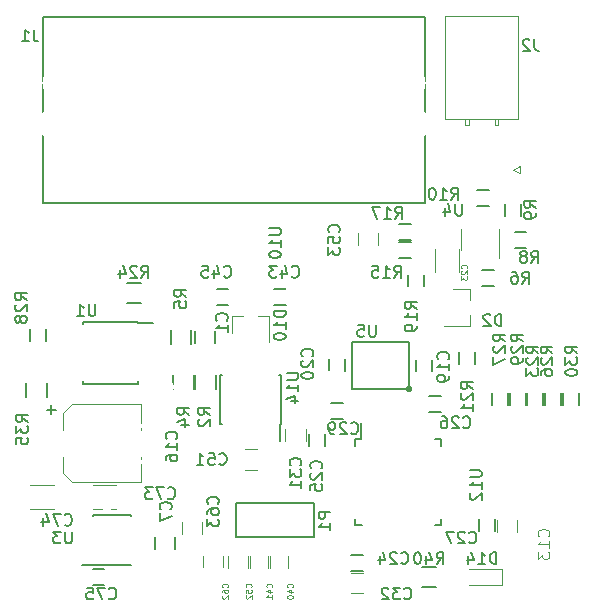
<source format=gbo>
G04 #@! TF.FileFunction,Legend,Bot*
%FSLAX46Y46*%
G04 Gerber Fmt 4.6, Leading zero omitted, Abs format (unit mm)*
G04 Created by KiCad (PCBNEW 4.0.7-e0-6372~58~ubuntu16.10.1) date Thu Nov  8 17:11:35 2018*
%MOMM*%
%LPD*%
G01*
G04 APERTURE LIST*
%ADD10C,0.150000*%
%ADD11C,0.120000*%
%ADD12C,0.125000*%
%ADD13C,1.300000*%
%ADD14C,4.000000*%
%ADD15C,2.000000*%
%ADD16R,3.500000X1.600000*%
%ADD17R,1.250000X1.000000*%
%ADD18R,1.050000X1.050000*%
%ADD19C,1.050000*%
%ADD20R,0.250000X1.300000*%
%ADD21R,1.300000X0.250000*%
%ADD22R,0.800000X0.900000*%
%ADD23R,1.000000X1.300000*%
%ADD24R,0.900000X0.900000*%
%ADD25R,0.600000X1.550000*%
%ADD26R,1.300000X1.000000*%
%ADD27R,0.890000X0.420000*%
%ADD28R,0.825000X0.712500*%
%ADD29R,0.800000X1.400000*%
%ADD30R,1.600000X1.300000*%
%ADD31R,1.000000X1.250000*%
%ADD32R,1.000000X1.600000*%
%ADD33R,1.200000X1.200000*%
%ADD34R,0.650000X1.060000*%
%ADD35C,2.500000*%
%ADD36R,1.900000X1.900000*%
%ADD37C,1.900000*%
%ADD38C,1.600000*%
%ADD39R,0.900000X0.800000*%
%ADD40R,1.600000X1.000000*%
%ADD41R,1.500000X1.800000*%
%ADD42R,1.450000X0.450000*%
%ADD43C,0.600000*%
%ADD44C,0.889000*%
G04 APERTURE END LIST*
D10*
X2800000Y-360000D02*
X35200000Y-360000D01*
X2800000Y-16110000D02*
X35200000Y-16110000D01*
X35200000Y-360000D02*
X35200000Y-16110000D01*
X2800000Y-360000D02*
X2800000Y-16110000D01*
D11*
X4512689Y-33944010D02*
X4512689Y-35364010D01*
X11112689Y-33184010D02*
X11112689Y-35364010D01*
X11112689Y-39784010D02*
X11112689Y-37604010D01*
X4512689Y-39024010D02*
X4512689Y-37604010D01*
X11112689Y-33184010D02*
X5272689Y-33184010D01*
X5272689Y-33184010D02*
X4512689Y-33944010D01*
X4512689Y-39024010D02*
X5272689Y-39784010D01*
X5272689Y-39784010D02*
X11112689Y-39784010D01*
D10*
X17350000Y-27000000D02*
X17350000Y-28000000D01*
X15650000Y-28000000D02*
X15650000Y-27000000D01*
X12312689Y-45434010D02*
X12312689Y-44434010D01*
X14012689Y-44434010D02*
X14012689Y-45434010D01*
X24517400Y-44450900D02*
X23628400Y-44450900D01*
X23628400Y-44450900D02*
X23587760Y-44445820D01*
X25802640Y-42355400D02*
X25800100Y-43076760D01*
X25800000Y-41500000D02*
X25800000Y-42300000D01*
X19150000Y-41500000D02*
X25800000Y-41500000D01*
X19150000Y-41500000D02*
X19150000Y-44450000D01*
X19150000Y-44450000D02*
X23700000Y-44450000D01*
X25800000Y-43100000D02*
X25800000Y-44450000D01*
X25800000Y-44450000D02*
X24500000Y-44450000D01*
X29278748Y-36153821D02*
X29728748Y-36153821D01*
X29278748Y-43403821D02*
X29803748Y-43403821D01*
X36528748Y-43403821D02*
X36003748Y-43403821D01*
X36528748Y-36153821D02*
X36003748Y-36153821D01*
X29278748Y-36153821D02*
X29278748Y-36678821D01*
X36528748Y-36153821D02*
X36528748Y-36678821D01*
X36528748Y-43403821D02*
X36528748Y-42878821D01*
X29278748Y-43403821D02*
X29278748Y-42878821D01*
X29728748Y-36153821D02*
X29728748Y-34778821D01*
D11*
X21900000Y-47000000D02*
X21900000Y-46000000D01*
X23600000Y-46000000D02*
X23600000Y-47000000D01*
X18821421Y-25707208D02*
X19751421Y-25707208D01*
X21981421Y-25707208D02*
X21051421Y-25707208D01*
X21981421Y-25707208D02*
X21981421Y-27867208D01*
X18821421Y-25707208D02*
X18821421Y-27167208D01*
D10*
X9900000Y-24625000D02*
X11100000Y-24625000D01*
X11100000Y-22875000D02*
X9900000Y-22875000D01*
X1725000Y-26800000D02*
X1725000Y-27800000D01*
X3075000Y-27800000D02*
X3075000Y-26800000D01*
X22966422Y-34852207D02*
X22916422Y-34852207D01*
X22966422Y-30702207D02*
X22821422Y-30702207D01*
X17816422Y-30702207D02*
X17961422Y-30702207D01*
X17816422Y-34852207D02*
X17961422Y-34852207D01*
X22966422Y-34852207D02*
X22966422Y-30702207D01*
X17816422Y-34852207D02*
X17816422Y-30702207D01*
X22916422Y-34852207D02*
X22916422Y-36252207D01*
X17475000Y-31900000D02*
X17475000Y-30700000D01*
X15725000Y-30700000D02*
X15725000Y-31900000D01*
X13825000Y-30700000D02*
X13825000Y-31900000D01*
X15575000Y-31900000D02*
X15575000Y-30700000D01*
X13625000Y-26900000D02*
X13625000Y-28100000D01*
X15375000Y-28100000D02*
X15375000Y-26900000D01*
X10312689Y-46809010D02*
X10312689Y-46744010D01*
X10312689Y-42559010D02*
X10312689Y-42624010D01*
X7062689Y-42559010D02*
X7062689Y-42624010D01*
X7062689Y-46809010D02*
X10312689Y-46809010D01*
X7062689Y-42559010D02*
X10312689Y-42559010D01*
X7062689Y-46809010D02*
X6137689Y-46809010D01*
X34003748Y-31878821D02*
G75*
G03X34003748Y-31878821I-200000J0D01*
G01*
X33803748Y-27878821D02*
X29003748Y-27878821D01*
X29003748Y-27878821D02*
X29003748Y-31878821D01*
X29003748Y-31878821D02*
X33803748Y-31878821D01*
X33803748Y-31878821D02*
X33803748Y-27878821D01*
D11*
X29900000Y-49150000D02*
X28900000Y-49150000D01*
X28900000Y-47450000D02*
X29900000Y-47450000D01*
X18062689Y-45984010D02*
X18062689Y-46984010D01*
X16362689Y-46984010D02*
X16362689Y-45984010D01*
X14562689Y-44184010D02*
X14562689Y-43184010D01*
X16262689Y-43184010D02*
X16262689Y-44184010D01*
X9012689Y-42054010D02*
X7012689Y-42054010D01*
X7012689Y-40014010D02*
X9012689Y-40014010D01*
X1750000Y-39980000D02*
X3750000Y-39980000D01*
X3750000Y-42020000D02*
X1750000Y-42020000D01*
X23350000Y-36300000D02*
X23350000Y-35300000D01*
X25050000Y-35300000D02*
X25050000Y-36300000D01*
X42950000Y-43000000D02*
X42950000Y-44000000D01*
X41250000Y-44000000D02*
X41250000Y-43000000D01*
X20350000Y-47000000D02*
X20350000Y-46000000D01*
X22050000Y-46000000D02*
X22050000Y-47000000D01*
X20900000Y-38700000D02*
X19900000Y-38700000D01*
X19900000Y-37000000D02*
X20900000Y-37000000D01*
X18500000Y-47000000D02*
X18500000Y-46000000D01*
X20200000Y-46000000D02*
X20200000Y-47000000D01*
X31200000Y-18700000D02*
X31200000Y-19700000D01*
X29500000Y-19700000D02*
X29500000Y-18700000D01*
X41700000Y-47100000D02*
X41700000Y-48500000D01*
X41700000Y-48500000D02*
X38900000Y-48500000D01*
X41700000Y-47100000D02*
X38900000Y-47100000D01*
D10*
X34900000Y-48675000D02*
X36100000Y-48675000D01*
X36100000Y-46925000D02*
X34900000Y-46925000D01*
D11*
X38190000Y-20100000D02*
X38190000Y-18300000D01*
X41410000Y-18300000D02*
X41410000Y-20750000D01*
D10*
X40000000Y-23175000D02*
X41000000Y-23175000D01*
X41000000Y-21825000D02*
X40000000Y-21825000D01*
X43750000Y-18625000D02*
X42750000Y-18625000D01*
X42750000Y-19975000D02*
X43750000Y-19975000D01*
X43325000Y-17200000D02*
X43325000Y-16200000D01*
X41975000Y-16200000D02*
X41975000Y-17200000D01*
X39550000Y-16425000D02*
X40550000Y-16425000D01*
X40550000Y-15075000D02*
X39550000Y-15075000D01*
D11*
X43070000Y-270000D02*
X43070000Y-9030000D01*
X43070000Y-9030000D02*
X36830000Y-9030000D01*
X36830000Y-9030000D02*
X36830000Y-270000D01*
X36830000Y-270000D02*
X43070000Y-270000D01*
X41350000Y-9030000D02*
X41350000Y-9500000D01*
X41350000Y-9500000D02*
X41050000Y-9500000D01*
X41050000Y-9500000D02*
X41050000Y-9030000D01*
X41050000Y-9030000D02*
X41350000Y-9030000D01*
X38850000Y-9030000D02*
X38850000Y-9500000D01*
X38850000Y-9500000D02*
X38550000Y-9500000D01*
X38550000Y-9500000D02*
X38550000Y-9030000D01*
X38550000Y-9030000D02*
X38850000Y-9030000D01*
X42600000Y-13300000D02*
X43200000Y-13600000D01*
X43200000Y-13600000D02*
X43200000Y-13000000D01*
X43200000Y-13000000D02*
X42600000Y-13300000D01*
X38960000Y-23420000D02*
X38960000Y-24350000D01*
X38960000Y-26580000D02*
X38960000Y-25650000D01*
X38960000Y-26580000D02*
X36800000Y-26580000D01*
X38960000Y-23420000D02*
X37500000Y-23420000D01*
D10*
X34000000Y-19425000D02*
X33000000Y-19425000D01*
X33000000Y-20775000D02*
X34000000Y-20775000D01*
X32980000Y-19295000D02*
X33980000Y-19295000D01*
X33980000Y-17945000D02*
X32980000Y-17945000D01*
X33725000Y-22200000D02*
X33725000Y-23200000D01*
X35075000Y-23200000D02*
X35075000Y-22200000D01*
X38075000Y-28750000D02*
X38075000Y-29750000D01*
X39425000Y-29750000D02*
X39425000Y-28750000D01*
X35775000Y-30400000D02*
X35775000Y-29400000D01*
X34425000Y-29400000D02*
X34425000Y-30400000D01*
X27028747Y-29378822D02*
X27028747Y-30378822D01*
X28378747Y-30378822D02*
X28378747Y-29378822D01*
X29900000Y-45925000D02*
X28900000Y-45925000D01*
X28900000Y-47275000D02*
X29900000Y-47275000D01*
X26675000Y-36700000D02*
X26675000Y-35700000D01*
X25325000Y-35700000D02*
X25325000Y-36700000D01*
X36478748Y-32453823D02*
X35478748Y-32453823D01*
X35478748Y-33803823D02*
X36478748Y-33803823D01*
X39725000Y-42900000D02*
X39725000Y-43900000D01*
X41075000Y-43900000D02*
X41075000Y-42900000D01*
X27178747Y-34428820D02*
X28178747Y-34428820D01*
X28178747Y-33078820D02*
X27178747Y-33078820D01*
X23366421Y-23402207D02*
X22366421Y-23402207D01*
X22366421Y-24752207D02*
X23366421Y-24752207D01*
X17516421Y-24752207D02*
X18516421Y-24752207D01*
X18516421Y-23402207D02*
X17516421Y-23402207D01*
X8012689Y-47109009D02*
X7012689Y-47109009D01*
X7012689Y-48459009D02*
X8012689Y-48459009D01*
X43825000Y-32250000D02*
X43825000Y-33250000D01*
X45175000Y-33250000D02*
X45175000Y-32250000D01*
X45325000Y-32250000D02*
X45325000Y-33250000D01*
X46675000Y-33250000D02*
X46675000Y-32250000D01*
X40825000Y-32250000D02*
X40825000Y-33250000D01*
X42175000Y-33250000D02*
X42175000Y-32250000D01*
X42325000Y-32250000D02*
X42325000Y-33250000D01*
X43675000Y-33250000D02*
X43675000Y-32250000D01*
X46825000Y-32250000D02*
X46825000Y-33250000D01*
X48175000Y-33250000D02*
X48175000Y-32250000D01*
D11*
X38020000Y-20000000D02*
X38020000Y-22000000D01*
X35980000Y-22000000D02*
X35980000Y-20000000D01*
D10*
X1375000Y-31400000D02*
X1375000Y-32600000D01*
X3125000Y-32600000D02*
X3125000Y-31400000D01*
X10825000Y-26175000D02*
X10825000Y-26300000D01*
X6175000Y-26175000D02*
X6175000Y-26400000D01*
X6175000Y-31425000D02*
X6175000Y-31200000D01*
X10825000Y-31425000D02*
X10825000Y-31200000D01*
X10825000Y-26175000D02*
X6175000Y-26175000D01*
X10825000Y-31425000D02*
X6175000Y-31425000D01*
X10825000Y-26300000D02*
X12175000Y-26300000D01*
X2033333Y-1452381D02*
X2033333Y-2166667D01*
X2080953Y-2309524D01*
X2176191Y-2404762D01*
X2319048Y-2452381D01*
X2414286Y-2452381D01*
X1033333Y-2452381D02*
X1604762Y-2452381D01*
X1319048Y-2452381D02*
X1319048Y-1452381D01*
X1414286Y-1595238D01*
X1509524Y-1690476D01*
X1604762Y-1738095D01*
X14107143Y-36107143D02*
X14154762Y-36059524D01*
X14202381Y-35916667D01*
X14202381Y-35821429D01*
X14154762Y-35678571D01*
X14059524Y-35583333D01*
X13964286Y-35535714D01*
X13773810Y-35488095D01*
X13630952Y-35488095D01*
X13440476Y-35535714D01*
X13345238Y-35583333D01*
X13250000Y-35678571D01*
X13202381Y-35821429D01*
X13202381Y-35916667D01*
X13250000Y-36059524D01*
X13297619Y-36107143D01*
X14202381Y-37059524D02*
X14202381Y-36488095D01*
X14202381Y-36773809D02*
X13202381Y-36773809D01*
X13345238Y-36678571D01*
X13440476Y-36583333D01*
X13488095Y-36488095D01*
X13202381Y-37916667D02*
X13202381Y-37726190D01*
X13250000Y-37630952D01*
X13297619Y-37583333D01*
X13440476Y-37488095D01*
X13630952Y-37440476D01*
X14011905Y-37440476D01*
X14107143Y-37488095D01*
X14154762Y-37535714D01*
X14202381Y-37630952D01*
X14202381Y-37821429D01*
X14154762Y-37916667D01*
X14107143Y-37964286D01*
X14011905Y-38011905D01*
X13773810Y-38011905D01*
X13678571Y-37964286D01*
X13630952Y-37916667D01*
X13583333Y-37821429D01*
X13583333Y-37630952D01*
X13630952Y-37535714D01*
X13678571Y-37488095D01*
X13773810Y-37440476D01*
X3913641Y-33645439D02*
X3151736Y-33645439D01*
X3532688Y-34026391D02*
X3532688Y-33264486D01*
X18357143Y-26083334D02*
X18404762Y-26035715D01*
X18452381Y-25892858D01*
X18452381Y-25797620D01*
X18404762Y-25654762D01*
X18309524Y-25559524D01*
X18214286Y-25511905D01*
X18023810Y-25464286D01*
X17880952Y-25464286D01*
X17690476Y-25511905D01*
X17595238Y-25559524D01*
X17500000Y-25654762D01*
X17452381Y-25797620D01*
X17452381Y-25892858D01*
X17500000Y-26035715D01*
X17547619Y-26083334D01*
X18452381Y-27035715D02*
X18452381Y-26464286D01*
X18452381Y-26750000D02*
X17452381Y-26750000D01*
X17595238Y-26654762D01*
X17690476Y-26559524D01*
X17738095Y-26464286D01*
X13607143Y-42083334D02*
X13654762Y-42035715D01*
X13702381Y-41892858D01*
X13702381Y-41797620D01*
X13654762Y-41654762D01*
X13559524Y-41559524D01*
X13464286Y-41511905D01*
X13273810Y-41464286D01*
X13130952Y-41464286D01*
X12940476Y-41511905D01*
X12845238Y-41559524D01*
X12750000Y-41654762D01*
X12702381Y-41797620D01*
X12702381Y-41892858D01*
X12750000Y-42035715D01*
X12797619Y-42083334D01*
X12702381Y-42416667D02*
X12702381Y-43083334D01*
X13702381Y-42654762D01*
X27152381Y-42311905D02*
X26152381Y-42311905D01*
X26152381Y-42692858D01*
X26200000Y-42788096D01*
X26247619Y-42835715D01*
X26342857Y-42883334D01*
X26485714Y-42883334D01*
X26580952Y-42835715D01*
X26628571Y-42788096D01*
X26676190Y-42692858D01*
X26676190Y-42311905D01*
X27152381Y-43835715D02*
X27152381Y-43264286D01*
X27152381Y-43550000D02*
X26152381Y-43550000D01*
X26295238Y-43454762D01*
X26390476Y-43359524D01*
X26438095Y-43264286D01*
X38952381Y-38761905D02*
X39761905Y-38761905D01*
X39857143Y-38809524D01*
X39904762Y-38857143D01*
X39952381Y-38952381D01*
X39952381Y-39142858D01*
X39904762Y-39238096D01*
X39857143Y-39285715D01*
X39761905Y-39333334D01*
X38952381Y-39333334D01*
X39952381Y-40333334D02*
X39952381Y-39761905D01*
X39952381Y-40047619D02*
X38952381Y-40047619D01*
X39095238Y-39952381D01*
X39190476Y-39857143D01*
X39238095Y-39761905D01*
X39047619Y-40714286D02*
X39000000Y-40761905D01*
X38952381Y-40857143D01*
X38952381Y-41095239D01*
X39000000Y-41190477D01*
X39047619Y-41238096D01*
X39142857Y-41285715D01*
X39238095Y-41285715D01*
X39380952Y-41238096D01*
X39952381Y-40666667D01*
X39952381Y-41285715D01*
D12*
X23928571Y-48678572D02*
X23952381Y-48654762D01*
X23976190Y-48583334D01*
X23976190Y-48535715D01*
X23952381Y-48464286D01*
X23904762Y-48416667D01*
X23857143Y-48392858D01*
X23761905Y-48369048D01*
X23690476Y-48369048D01*
X23595238Y-48392858D01*
X23547619Y-48416667D01*
X23500000Y-48464286D01*
X23476190Y-48535715D01*
X23476190Y-48583334D01*
X23500000Y-48654762D01*
X23523810Y-48678572D01*
X23642857Y-49107143D02*
X23976190Y-49107143D01*
X23452381Y-48988096D02*
X23809524Y-48869048D01*
X23809524Y-49178572D01*
X23476190Y-49464286D02*
X23476190Y-49511905D01*
X23500000Y-49559524D01*
X23523810Y-49583333D01*
X23571429Y-49607143D01*
X23666667Y-49630952D01*
X23785714Y-49630952D01*
X23880952Y-49607143D01*
X23928571Y-49583333D01*
X23952381Y-49559524D01*
X23976190Y-49511905D01*
X23976190Y-49464286D01*
X23952381Y-49416667D01*
X23928571Y-49392857D01*
X23880952Y-49369048D01*
X23785714Y-49345238D01*
X23666667Y-49345238D01*
X23571429Y-49369048D01*
X23523810Y-49392857D01*
X23500000Y-49416667D01*
X23476190Y-49464286D01*
D10*
X23353802Y-25252922D02*
X22353802Y-25252922D01*
X22353802Y-25491017D01*
X22401421Y-25633875D01*
X22496659Y-25729113D01*
X22591897Y-25776732D01*
X22782373Y-25824351D01*
X22925231Y-25824351D01*
X23115707Y-25776732D01*
X23210945Y-25729113D01*
X23306183Y-25633875D01*
X23353802Y-25491017D01*
X23353802Y-25252922D01*
X23353802Y-26776732D02*
X23353802Y-26205303D01*
X23353802Y-26491017D02*
X22353802Y-26491017D01*
X22496659Y-26395779D01*
X22591897Y-26300541D01*
X22639516Y-26205303D01*
X22353802Y-27395779D02*
X22353802Y-27491018D01*
X22401421Y-27586256D01*
X22449040Y-27633875D01*
X22544278Y-27681494D01*
X22734754Y-27729113D01*
X22972850Y-27729113D01*
X23163326Y-27681494D01*
X23258564Y-27633875D01*
X23306183Y-27586256D01*
X23353802Y-27491018D01*
X23353802Y-27395779D01*
X23306183Y-27300541D01*
X23258564Y-27252922D01*
X23163326Y-27205303D01*
X22972850Y-27157684D01*
X22734754Y-27157684D01*
X22544278Y-27205303D01*
X22449040Y-27252922D01*
X22401421Y-27300541D01*
X22353802Y-27395779D01*
X11142857Y-22452381D02*
X11476191Y-21976190D01*
X11714286Y-22452381D02*
X11714286Y-21452381D01*
X11333333Y-21452381D01*
X11238095Y-21500000D01*
X11190476Y-21547619D01*
X11142857Y-21642857D01*
X11142857Y-21785714D01*
X11190476Y-21880952D01*
X11238095Y-21928571D01*
X11333333Y-21976190D01*
X11714286Y-21976190D01*
X10761905Y-21547619D02*
X10714286Y-21500000D01*
X10619048Y-21452381D01*
X10380952Y-21452381D01*
X10285714Y-21500000D01*
X10238095Y-21547619D01*
X10190476Y-21642857D01*
X10190476Y-21738095D01*
X10238095Y-21880952D01*
X10809524Y-22452381D01*
X10190476Y-22452381D01*
X9333333Y-21785714D02*
X9333333Y-22452381D01*
X9571429Y-21404762D02*
X9809524Y-22119048D01*
X9190476Y-22119048D01*
X1452381Y-24357143D02*
X976190Y-24023809D01*
X1452381Y-23785714D02*
X452381Y-23785714D01*
X452381Y-24166667D01*
X500000Y-24261905D01*
X547619Y-24309524D01*
X642857Y-24357143D01*
X785714Y-24357143D01*
X880952Y-24309524D01*
X928571Y-24261905D01*
X976190Y-24166667D01*
X976190Y-23785714D01*
X547619Y-24738095D02*
X500000Y-24785714D01*
X452381Y-24880952D01*
X452381Y-25119048D01*
X500000Y-25214286D01*
X547619Y-25261905D01*
X642857Y-25309524D01*
X738095Y-25309524D01*
X880952Y-25261905D01*
X1452381Y-24690476D01*
X1452381Y-25309524D01*
X880952Y-25880952D02*
X833333Y-25785714D01*
X785714Y-25738095D01*
X690476Y-25690476D01*
X642857Y-25690476D01*
X547619Y-25738095D01*
X500000Y-25785714D01*
X452381Y-25880952D01*
X452381Y-26071429D01*
X500000Y-26166667D01*
X547619Y-26214286D01*
X642857Y-26261905D01*
X690476Y-26261905D01*
X785714Y-26214286D01*
X833333Y-26166667D01*
X880952Y-26071429D01*
X880952Y-25880952D01*
X928571Y-25785714D01*
X976190Y-25738095D01*
X1071429Y-25690476D01*
X1261905Y-25690476D01*
X1357143Y-25738095D01*
X1404762Y-25785714D01*
X1452381Y-25880952D01*
X1452381Y-26071429D01*
X1404762Y-26166667D01*
X1357143Y-26214286D01*
X1261905Y-26261905D01*
X1071429Y-26261905D01*
X976190Y-26214286D01*
X928571Y-26166667D01*
X880952Y-26071429D01*
X23452381Y-30511905D02*
X24261905Y-30511905D01*
X24357143Y-30559524D01*
X24404762Y-30607143D01*
X24452381Y-30702381D01*
X24452381Y-30892858D01*
X24404762Y-30988096D01*
X24357143Y-31035715D01*
X24261905Y-31083334D01*
X23452381Y-31083334D01*
X24452381Y-32083334D02*
X24452381Y-31511905D01*
X24452381Y-31797619D02*
X23452381Y-31797619D01*
X23595238Y-31702381D01*
X23690476Y-31607143D01*
X23738095Y-31511905D01*
X23785714Y-32940477D02*
X24452381Y-32940477D01*
X23404762Y-32702381D02*
X24119048Y-32464286D01*
X24119048Y-33083334D01*
X16952381Y-34083334D02*
X16476190Y-33750000D01*
X16952381Y-33511905D02*
X15952381Y-33511905D01*
X15952381Y-33892858D01*
X16000000Y-33988096D01*
X16047619Y-34035715D01*
X16142857Y-34083334D01*
X16285714Y-34083334D01*
X16380952Y-34035715D01*
X16428571Y-33988096D01*
X16476190Y-33892858D01*
X16476190Y-33511905D01*
X16047619Y-34464286D02*
X16000000Y-34511905D01*
X15952381Y-34607143D01*
X15952381Y-34845239D01*
X16000000Y-34940477D01*
X16047619Y-34988096D01*
X16142857Y-35035715D01*
X16238095Y-35035715D01*
X16380952Y-34988096D01*
X16952381Y-34416667D01*
X16952381Y-35035715D01*
X15202381Y-34083334D02*
X14726190Y-33750000D01*
X15202381Y-33511905D02*
X14202381Y-33511905D01*
X14202381Y-33892858D01*
X14250000Y-33988096D01*
X14297619Y-34035715D01*
X14392857Y-34083334D01*
X14535714Y-34083334D01*
X14630952Y-34035715D01*
X14678571Y-33988096D01*
X14726190Y-33892858D01*
X14726190Y-33511905D01*
X14535714Y-34940477D02*
X15202381Y-34940477D01*
X14154762Y-34702381D02*
X14869048Y-34464286D01*
X14869048Y-35083334D01*
X14952381Y-24083334D02*
X14476190Y-23750000D01*
X14952381Y-23511905D02*
X13952381Y-23511905D01*
X13952381Y-23892858D01*
X14000000Y-23988096D01*
X14047619Y-24035715D01*
X14142857Y-24083334D01*
X14285714Y-24083334D01*
X14380952Y-24035715D01*
X14428571Y-23988096D01*
X14476190Y-23892858D01*
X14476190Y-23511905D01*
X13952381Y-24988096D02*
X13952381Y-24511905D01*
X14428571Y-24464286D01*
X14380952Y-24511905D01*
X14333333Y-24607143D01*
X14333333Y-24845239D01*
X14380952Y-24940477D01*
X14428571Y-24988096D01*
X14523810Y-25035715D01*
X14761905Y-25035715D01*
X14857143Y-24988096D01*
X14904762Y-24940477D01*
X14952381Y-24845239D01*
X14952381Y-24607143D01*
X14904762Y-24511905D01*
X14857143Y-24464286D01*
X5261905Y-43952381D02*
X5261905Y-44761905D01*
X5214286Y-44857143D01*
X5166667Y-44904762D01*
X5071429Y-44952381D01*
X4880952Y-44952381D01*
X4785714Y-44904762D01*
X4738095Y-44857143D01*
X4690476Y-44761905D01*
X4690476Y-43952381D01*
X4309524Y-43952381D02*
X3690476Y-43952381D01*
X4023810Y-44333333D01*
X3880952Y-44333333D01*
X3785714Y-44380952D01*
X3738095Y-44428571D01*
X3690476Y-44523810D01*
X3690476Y-44761905D01*
X3738095Y-44857143D01*
X3785714Y-44904762D01*
X3880952Y-44952381D01*
X4166667Y-44952381D01*
X4261905Y-44904762D01*
X4309524Y-44857143D01*
X21952381Y-18261905D02*
X22761905Y-18261905D01*
X22857143Y-18309524D01*
X22904762Y-18357143D01*
X22952381Y-18452381D01*
X22952381Y-18642858D01*
X22904762Y-18738096D01*
X22857143Y-18785715D01*
X22761905Y-18833334D01*
X21952381Y-18833334D01*
X22952381Y-19833334D02*
X22952381Y-19261905D01*
X22952381Y-19547619D02*
X21952381Y-19547619D01*
X22095238Y-19452381D01*
X22190476Y-19357143D01*
X22238095Y-19261905D01*
X21952381Y-20452381D02*
X21952381Y-20547620D01*
X22000000Y-20642858D01*
X22047619Y-20690477D01*
X22142857Y-20738096D01*
X22333333Y-20785715D01*
X22571429Y-20785715D01*
X22761905Y-20738096D01*
X22857143Y-20690477D01*
X22904762Y-20642858D01*
X22952381Y-20547620D01*
X22952381Y-20452381D01*
X22904762Y-20357143D01*
X22857143Y-20309524D01*
X22761905Y-20261905D01*
X22571429Y-20214286D01*
X22333333Y-20214286D01*
X22142857Y-20261905D01*
X22047619Y-20309524D01*
X22000000Y-20357143D01*
X21952381Y-20452381D01*
X31011905Y-26452381D02*
X31011905Y-27261905D01*
X30964286Y-27357143D01*
X30916667Y-27404762D01*
X30821429Y-27452381D01*
X30630952Y-27452381D01*
X30535714Y-27404762D01*
X30488095Y-27357143D01*
X30440476Y-27261905D01*
X30440476Y-26452381D01*
X29488095Y-26452381D02*
X29964286Y-26452381D01*
X30011905Y-26928571D01*
X29964286Y-26880952D01*
X29869048Y-26833333D01*
X29630952Y-26833333D01*
X29535714Y-26880952D01*
X29488095Y-26928571D01*
X29440476Y-27023810D01*
X29440476Y-27261905D01*
X29488095Y-27357143D01*
X29535714Y-27404762D01*
X29630952Y-27452381D01*
X29869048Y-27452381D01*
X29964286Y-27404762D01*
X30011905Y-27357143D01*
X33392857Y-49607143D02*
X33440476Y-49654762D01*
X33583333Y-49702381D01*
X33678571Y-49702381D01*
X33821429Y-49654762D01*
X33916667Y-49559524D01*
X33964286Y-49464286D01*
X34011905Y-49273810D01*
X34011905Y-49130952D01*
X33964286Y-48940476D01*
X33916667Y-48845238D01*
X33821429Y-48750000D01*
X33678571Y-48702381D01*
X33583333Y-48702381D01*
X33440476Y-48750000D01*
X33392857Y-48797619D01*
X33059524Y-48702381D02*
X32440476Y-48702381D01*
X32773810Y-49083333D01*
X32630952Y-49083333D01*
X32535714Y-49130952D01*
X32488095Y-49178571D01*
X32440476Y-49273810D01*
X32440476Y-49511905D01*
X32488095Y-49607143D01*
X32535714Y-49654762D01*
X32630952Y-49702381D01*
X32916667Y-49702381D01*
X33011905Y-49654762D01*
X33059524Y-49607143D01*
X32059524Y-48797619D02*
X32011905Y-48750000D01*
X31916667Y-48702381D01*
X31678571Y-48702381D01*
X31583333Y-48750000D01*
X31535714Y-48797619D01*
X31488095Y-48892857D01*
X31488095Y-48988095D01*
X31535714Y-49130952D01*
X32107143Y-49702381D01*
X31488095Y-49702381D01*
D12*
X18428571Y-48678572D02*
X18452381Y-48654762D01*
X18476190Y-48583334D01*
X18476190Y-48535715D01*
X18452381Y-48464286D01*
X18404762Y-48416667D01*
X18357143Y-48392858D01*
X18261905Y-48369048D01*
X18190476Y-48369048D01*
X18095238Y-48392858D01*
X18047619Y-48416667D01*
X18000000Y-48464286D01*
X17976190Y-48535715D01*
X17976190Y-48583334D01*
X18000000Y-48654762D01*
X18023810Y-48678572D01*
X17976190Y-49107143D02*
X17976190Y-49011905D01*
X18000000Y-48964286D01*
X18023810Y-48940477D01*
X18095238Y-48892858D01*
X18190476Y-48869048D01*
X18380952Y-48869048D01*
X18428571Y-48892858D01*
X18452381Y-48916667D01*
X18476190Y-48964286D01*
X18476190Y-49059524D01*
X18452381Y-49107143D01*
X18428571Y-49130953D01*
X18380952Y-49154762D01*
X18261905Y-49154762D01*
X18214286Y-49130953D01*
X18190476Y-49107143D01*
X18166667Y-49059524D01*
X18166667Y-48964286D01*
X18190476Y-48916667D01*
X18214286Y-48892858D01*
X18261905Y-48869048D01*
X18023810Y-49345238D02*
X18000000Y-49369048D01*
X17976190Y-49416667D01*
X17976190Y-49535714D01*
X18000000Y-49583333D01*
X18023810Y-49607143D01*
X18071429Y-49630952D01*
X18119048Y-49630952D01*
X18190476Y-49607143D01*
X18476190Y-49321429D01*
X18476190Y-49630952D01*
D10*
X17607143Y-41607143D02*
X17654762Y-41559524D01*
X17702381Y-41416667D01*
X17702381Y-41321429D01*
X17654762Y-41178571D01*
X17559524Y-41083333D01*
X17464286Y-41035714D01*
X17273810Y-40988095D01*
X17130952Y-40988095D01*
X16940476Y-41035714D01*
X16845238Y-41083333D01*
X16750000Y-41178571D01*
X16702381Y-41321429D01*
X16702381Y-41416667D01*
X16750000Y-41559524D01*
X16797619Y-41607143D01*
X16702381Y-42464286D02*
X16702381Y-42273809D01*
X16750000Y-42178571D01*
X16797619Y-42130952D01*
X16940476Y-42035714D01*
X17130952Y-41988095D01*
X17511905Y-41988095D01*
X17607143Y-42035714D01*
X17654762Y-42083333D01*
X17702381Y-42178571D01*
X17702381Y-42369048D01*
X17654762Y-42464286D01*
X17607143Y-42511905D01*
X17511905Y-42559524D01*
X17273810Y-42559524D01*
X17178571Y-42511905D01*
X17130952Y-42464286D01*
X17083333Y-42369048D01*
X17083333Y-42178571D01*
X17130952Y-42083333D01*
X17178571Y-42035714D01*
X17273810Y-41988095D01*
X16702381Y-42892857D02*
X16702381Y-43511905D01*
X17083333Y-43178571D01*
X17083333Y-43321429D01*
X17130952Y-43416667D01*
X17178571Y-43464286D01*
X17273810Y-43511905D01*
X17511905Y-43511905D01*
X17607143Y-43464286D01*
X17654762Y-43416667D01*
X17702381Y-43321429D01*
X17702381Y-43035714D01*
X17654762Y-42940476D01*
X17607143Y-42892857D01*
X13392857Y-41107143D02*
X13440476Y-41154762D01*
X13583333Y-41202381D01*
X13678571Y-41202381D01*
X13821429Y-41154762D01*
X13916667Y-41059524D01*
X13964286Y-40964286D01*
X14011905Y-40773810D01*
X14011905Y-40630952D01*
X13964286Y-40440476D01*
X13916667Y-40345238D01*
X13821429Y-40250000D01*
X13678571Y-40202381D01*
X13583333Y-40202381D01*
X13440476Y-40250000D01*
X13392857Y-40297619D01*
X13059524Y-40202381D02*
X12392857Y-40202381D01*
X12821429Y-41202381D01*
X12107143Y-40202381D02*
X11488095Y-40202381D01*
X11821429Y-40583333D01*
X11678571Y-40583333D01*
X11583333Y-40630952D01*
X11535714Y-40678571D01*
X11488095Y-40773810D01*
X11488095Y-41011905D01*
X11535714Y-41107143D01*
X11583333Y-41154762D01*
X11678571Y-41202381D01*
X11964286Y-41202381D01*
X12059524Y-41154762D01*
X12107143Y-41107143D01*
X4642857Y-43357143D02*
X4690476Y-43404762D01*
X4833333Y-43452381D01*
X4928571Y-43452381D01*
X5071429Y-43404762D01*
X5166667Y-43309524D01*
X5214286Y-43214286D01*
X5261905Y-43023810D01*
X5261905Y-42880952D01*
X5214286Y-42690476D01*
X5166667Y-42595238D01*
X5071429Y-42500000D01*
X4928571Y-42452381D01*
X4833333Y-42452381D01*
X4690476Y-42500000D01*
X4642857Y-42547619D01*
X4309524Y-42452381D02*
X3642857Y-42452381D01*
X4071429Y-43452381D01*
X2833333Y-42785714D02*
X2833333Y-43452381D01*
X3071429Y-42404762D02*
X3309524Y-43119048D01*
X2690476Y-43119048D01*
X24607143Y-38357143D02*
X24654762Y-38309524D01*
X24702381Y-38166667D01*
X24702381Y-38071429D01*
X24654762Y-37928571D01*
X24559524Y-37833333D01*
X24464286Y-37785714D01*
X24273810Y-37738095D01*
X24130952Y-37738095D01*
X23940476Y-37785714D01*
X23845238Y-37833333D01*
X23750000Y-37928571D01*
X23702381Y-38071429D01*
X23702381Y-38166667D01*
X23750000Y-38309524D01*
X23797619Y-38357143D01*
X23702381Y-38690476D02*
X23702381Y-39309524D01*
X24083333Y-38976190D01*
X24083333Y-39119048D01*
X24130952Y-39214286D01*
X24178571Y-39261905D01*
X24273810Y-39309524D01*
X24511905Y-39309524D01*
X24607143Y-39261905D01*
X24654762Y-39214286D01*
X24702381Y-39119048D01*
X24702381Y-38833333D01*
X24654762Y-38738095D01*
X24607143Y-38690476D01*
X24702381Y-40261905D02*
X24702381Y-39690476D01*
X24702381Y-39976190D02*
X23702381Y-39976190D01*
X23845238Y-39880952D01*
X23940476Y-39785714D01*
X23988095Y-39690476D01*
D12*
X45607143Y-44357143D02*
X45654762Y-44309524D01*
X45702381Y-44166667D01*
X45702381Y-44071429D01*
X45654762Y-43928571D01*
X45559524Y-43833333D01*
X45464286Y-43785714D01*
X45273810Y-43738095D01*
X45130952Y-43738095D01*
X44940476Y-43785714D01*
X44845238Y-43833333D01*
X44750000Y-43928571D01*
X44702381Y-44071429D01*
X44702381Y-44166667D01*
X44750000Y-44309524D01*
X44797619Y-44357143D01*
X45702381Y-45309524D02*
X45702381Y-44738095D01*
X45702381Y-45023809D02*
X44702381Y-45023809D01*
X44845238Y-44928571D01*
X44940476Y-44833333D01*
X44988095Y-44738095D01*
X44702381Y-45642857D02*
X44702381Y-46261905D01*
X45083333Y-45928571D01*
X45083333Y-46071429D01*
X45130952Y-46166667D01*
X45178571Y-46214286D01*
X45273810Y-46261905D01*
X45511905Y-46261905D01*
X45607143Y-46214286D01*
X45654762Y-46166667D01*
X45702381Y-46071429D01*
X45702381Y-45785714D01*
X45654762Y-45690476D01*
X45607143Y-45642857D01*
X22178571Y-48678572D02*
X22202381Y-48654762D01*
X22226190Y-48583334D01*
X22226190Y-48535715D01*
X22202381Y-48464286D01*
X22154762Y-48416667D01*
X22107143Y-48392858D01*
X22011905Y-48369048D01*
X21940476Y-48369048D01*
X21845238Y-48392858D01*
X21797619Y-48416667D01*
X21750000Y-48464286D01*
X21726190Y-48535715D01*
X21726190Y-48583334D01*
X21750000Y-48654762D01*
X21773810Y-48678572D01*
X21892857Y-49107143D02*
X22226190Y-49107143D01*
X21702381Y-48988096D02*
X22059524Y-48869048D01*
X22059524Y-49178572D01*
X22226190Y-49630952D02*
X22226190Y-49345238D01*
X22226190Y-49488095D02*
X21726190Y-49488095D01*
X21797619Y-49440476D01*
X21845238Y-49392857D01*
X21869048Y-49345238D01*
D10*
X17742857Y-38207143D02*
X17790476Y-38254762D01*
X17933333Y-38302381D01*
X18028571Y-38302381D01*
X18171429Y-38254762D01*
X18266667Y-38159524D01*
X18314286Y-38064286D01*
X18361905Y-37873810D01*
X18361905Y-37730952D01*
X18314286Y-37540476D01*
X18266667Y-37445238D01*
X18171429Y-37350000D01*
X18028571Y-37302381D01*
X17933333Y-37302381D01*
X17790476Y-37350000D01*
X17742857Y-37397619D01*
X16838095Y-37302381D02*
X17314286Y-37302381D01*
X17361905Y-37778571D01*
X17314286Y-37730952D01*
X17219048Y-37683333D01*
X16980952Y-37683333D01*
X16885714Y-37730952D01*
X16838095Y-37778571D01*
X16790476Y-37873810D01*
X16790476Y-38111905D01*
X16838095Y-38207143D01*
X16885714Y-38254762D01*
X16980952Y-38302381D01*
X17219048Y-38302381D01*
X17314286Y-38254762D01*
X17361905Y-38207143D01*
X15838095Y-38302381D02*
X16409524Y-38302381D01*
X16123810Y-38302381D02*
X16123810Y-37302381D01*
X16219048Y-37445238D01*
X16314286Y-37540476D01*
X16409524Y-37588095D01*
D12*
X20428571Y-48678572D02*
X20452381Y-48654762D01*
X20476190Y-48583334D01*
X20476190Y-48535715D01*
X20452381Y-48464286D01*
X20404762Y-48416667D01*
X20357143Y-48392858D01*
X20261905Y-48369048D01*
X20190476Y-48369048D01*
X20095238Y-48392858D01*
X20047619Y-48416667D01*
X20000000Y-48464286D01*
X19976190Y-48535715D01*
X19976190Y-48583334D01*
X20000000Y-48654762D01*
X20023810Y-48678572D01*
X19976190Y-49130953D02*
X19976190Y-48892858D01*
X20214286Y-48869048D01*
X20190476Y-48892858D01*
X20166667Y-48940477D01*
X20166667Y-49059524D01*
X20190476Y-49107143D01*
X20214286Y-49130953D01*
X20261905Y-49154762D01*
X20380952Y-49154762D01*
X20428571Y-49130953D01*
X20452381Y-49107143D01*
X20476190Y-49059524D01*
X20476190Y-48940477D01*
X20452381Y-48892858D01*
X20428571Y-48869048D01*
X20023810Y-49345238D02*
X20000000Y-49369048D01*
X19976190Y-49416667D01*
X19976190Y-49535714D01*
X20000000Y-49583333D01*
X20023810Y-49607143D01*
X20071429Y-49630952D01*
X20119048Y-49630952D01*
X20190476Y-49607143D01*
X20476190Y-49321429D01*
X20476190Y-49630952D01*
D10*
X27857143Y-18607143D02*
X27904762Y-18559524D01*
X27952381Y-18416667D01*
X27952381Y-18321429D01*
X27904762Y-18178571D01*
X27809524Y-18083333D01*
X27714286Y-18035714D01*
X27523810Y-17988095D01*
X27380952Y-17988095D01*
X27190476Y-18035714D01*
X27095238Y-18083333D01*
X27000000Y-18178571D01*
X26952381Y-18321429D01*
X26952381Y-18416667D01*
X27000000Y-18559524D01*
X27047619Y-18607143D01*
X26952381Y-19511905D02*
X26952381Y-19035714D01*
X27428571Y-18988095D01*
X27380952Y-19035714D01*
X27333333Y-19130952D01*
X27333333Y-19369048D01*
X27380952Y-19464286D01*
X27428571Y-19511905D01*
X27523810Y-19559524D01*
X27761905Y-19559524D01*
X27857143Y-19511905D01*
X27904762Y-19464286D01*
X27952381Y-19369048D01*
X27952381Y-19130952D01*
X27904762Y-19035714D01*
X27857143Y-18988095D01*
X26952381Y-19892857D02*
X26952381Y-20511905D01*
X27333333Y-20178571D01*
X27333333Y-20321429D01*
X27380952Y-20416667D01*
X27428571Y-20464286D01*
X27523810Y-20511905D01*
X27761905Y-20511905D01*
X27857143Y-20464286D01*
X27904762Y-20416667D01*
X27952381Y-20321429D01*
X27952381Y-20035714D01*
X27904762Y-19940476D01*
X27857143Y-19892857D01*
X41214286Y-46702381D02*
X41214286Y-45702381D01*
X40976191Y-45702381D01*
X40833333Y-45750000D01*
X40738095Y-45845238D01*
X40690476Y-45940476D01*
X40642857Y-46130952D01*
X40642857Y-46273810D01*
X40690476Y-46464286D01*
X40738095Y-46559524D01*
X40833333Y-46654762D01*
X40976191Y-46702381D01*
X41214286Y-46702381D01*
X39690476Y-46702381D02*
X40261905Y-46702381D01*
X39976191Y-46702381D02*
X39976191Y-45702381D01*
X40071429Y-45845238D01*
X40166667Y-45940476D01*
X40261905Y-45988095D01*
X38833333Y-46035714D02*
X38833333Y-46702381D01*
X39071429Y-45654762D02*
X39309524Y-46369048D01*
X38690476Y-46369048D01*
X36142857Y-46702381D02*
X36476191Y-46226190D01*
X36714286Y-46702381D02*
X36714286Y-45702381D01*
X36333333Y-45702381D01*
X36238095Y-45750000D01*
X36190476Y-45797619D01*
X36142857Y-45892857D01*
X36142857Y-46035714D01*
X36190476Y-46130952D01*
X36238095Y-46178571D01*
X36333333Y-46226190D01*
X36714286Y-46226190D01*
X35285714Y-46035714D02*
X35285714Y-46702381D01*
X35523810Y-45654762D02*
X35761905Y-46369048D01*
X35142857Y-46369048D01*
X34571429Y-45702381D02*
X34476190Y-45702381D01*
X34380952Y-45750000D01*
X34333333Y-45797619D01*
X34285714Y-45892857D01*
X34238095Y-46083333D01*
X34238095Y-46321429D01*
X34285714Y-46511905D01*
X34333333Y-46607143D01*
X34380952Y-46654762D01*
X34476190Y-46702381D01*
X34571429Y-46702381D01*
X34666667Y-46654762D01*
X34714286Y-46607143D01*
X34761905Y-46511905D01*
X34809524Y-46321429D01*
X34809524Y-46083333D01*
X34761905Y-45892857D01*
X34714286Y-45797619D01*
X34666667Y-45750000D01*
X34571429Y-45702381D01*
X38311905Y-16202381D02*
X38311905Y-17011905D01*
X38264286Y-17107143D01*
X38216667Y-17154762D01*
X38121429Y-17202381D01*
X37930952Y-17202381D01*
X37835714Y-17154762D01*
X37788095Y-17107143D01*
X37740476Y-17011905D01*
X37740476Y-16202381D01*
X36835714Y-16535714D02*
X36835714Y-17202381D01*
X37073810Y-16154762D02*
X37311905Y-16869048D01*
X36692857Y-16869048D01*
X43416666Y-22952381D02*
X43750000Y-22476190D01*
X43988095Y-22952381D02*
X43988095Y-21952381D01*
X43607142Y-21952381D01*
X43511904Y-22000000D01*
X43464285Y-22047619D01*
X43416666Y-22142857D01*
X43416666Y-22285714D01*
X43464285Y-22380952D01*
X43511904Y-22428571D01*
X43607142Y-22476190D01*
X43988095Y-22476190D01*
X42559523Y-21952381D02*
X42750000Y-21952381D01*
X42845238Y-22000000D01*
X42892857Y-22047619D01*
X42988095Y-22190476D01*
X43035714Y-22380952D01*
X43035714Y-22761905D01*
X42988095Y-22857143D01*
X42940476Y-22904762D01*
X42845238Y-22952381D01*
X42654761Y-22952381D01*
X42559523Y-22904762D01*
X42511904Y-22857143D01*
X42464285Y-22761905D01*
X42464285Y-22523810D01*
X42511904Y-22428571D01*
X42559523Y-22380952D01*
X42654761Y-22333333D01*
X42845238Y-22333333D01*
X42940476Y-22380952D01*
X42988095Y-22428571D01*
X43035714Y-22523810D01*
X44166666Y-21202381D02*
X44500000Y-20726190D01*
X44738095Y-21202381D02*
X44738095Y-20202381D01*
X44357142Y-20202381D01*
X44261904Y-20250000D01*
X44214285Y-20297619D01*
X44166666Y-20392857D01*
X44166666Y-20535714D01*
X44214285Y-20630952D01*
X44261904Y-20678571D01*
X44357142Y-20726190D01*
X44738095Y-20726190D01*
X43595238Y-20630952D02*
X43690476Y-20583333D01*
X43738095Y-20535714D01*
X43785714Y-20440476D01*
X43785714Y-20392857D01*
X43738095Y-20297619D01*
X43690476Y-20250000D01*
X43595238Y-20202381D01*
X43404761Y-20202381D01*
X43309523Y-20250000D01*
X43261904Y-20297619D01*
X43214285Y-20392857D01*
X43214285Y-20440476D01*
X43261904Y-20535714D01*
X43309523Y-20583333D01*
X43404761Y-20630952D01*
X43595238Y-20630952D01*
X43690476Y-20678571D01*
X43738095Y-20726190D01*
X43785714Y-20821429D01*
X43785714Y-21011905D01*
X43738095Y-21107143D01*
X43690476Y-21154762D01*
X43595238Y-21202381D01*
X43404761Y-21202381D01*
X43309523Y-21154762D01*
X43261904Y-21107143D01*
X43214285Y-21011905D01*
X43214285Y-20821429D01*
X43261904Y-20726190D01*
X43309523Y-20678571D01*
X43404761Y-20630952D01*
X44552381Y-16533334D02*
X44076190Y-16200000D01*
X44552381Y-15961905D02*
X43552381Y-15961905D01*
X43552381Y-16342858D01*
X43600000Y-16438096D01*
X43647619Y-16485715D01*
X43742857Y-16533334D01*
X43885714Y-16533334D01*
X43980952Y-16485715D01*
X44028571Y-16438096D01*
X44076190Y-16342858D01*
X44076190Y-15961905D01*
X44552381Y-17009524D02*
X44552381Y-17200000D01*
X44504762Y-17295239D01*
X44457143Y-17342858D01*
X44314286Y-17438096D01*
X44123810Y-17485715D01*
X43742857Y-17485715D01*
X43647619Y-17438096D01*
X43600000Y-17390477D01*
X43552381Y-17295239D01*
X43552381Y-17104762D01*
X43600000Y-17009524D01*
X43647619Y-16961905D01*
X43742857Y-16914286D01*
X43980952Y-16914286D01*
X44076190Y-16961905D01*
X44123810Y-17009524D01*
X44171429Y-17104762D01*
X44171429Y-17295239D01*
X44123810Y-17390477D01*
X44076190Y-17438096D01*
X43980952Y-17485715D01*
X37392857Y-15852381D02*
X37726191Y-15376190D01*
X37964286Y-15852381D02*
X37964286Y-14852381D01*
X37583333Y-14852381D01*
X37488095Y-14900000D01*
X37440476Y-14947619D01*
X37392857Y-15042857D01*
X37392857Y-15185714D01*
X37440476Y-15280952D01*
X37488095Y-15328571D01*
X37583333Y-15376190D01*
X37964286Y-15376190D01*
X36440476Y-15852381D02*
X37011905Y-15852381D01*
X36726191Y-15852381D02*
X36726191Y-14852381D01*
X36821429Y-14995238D01*
X36916667Y-15090476D01*
X37011905Y-15138095D01*
X35821429Y-14852381D02*
X35726190Y-14852381D01*
X35630952Y-14900000D01*
X35583333Y-14947619D01*
X35535714Y-15042857D01*
X35488095Y-15233333D01*
X35488095Y-15471429D01*
X35535714Y-15661905D01*
X35583333Y-15757143D01*
X35630952Y-15804762D01*
X35726190Y-15852381D01*
X35821429Y-15852381D01*
X35916667Y-15804762D01*
X35964286Y-15757143D01*
X36011905Y-15661905D01*
X36059524Y-15471429D01*
X36059524Y-15233333D01*
X36011905Y-15042857D01*
X35964286Y-14947619D01*
X35916667Y-14900000D01*
X35821429Y-14852381D01*
X44433333Y-2252381D02*
X44433333Y-2966667D01*
X44480953Y-3109524D01*
X44576191Y-3204762D01*
X44719048Y-3252381D01*
X44814286Y-3252381D01*
X44004762Y-2347619D02*
X43957143Y-2300000D01*
X43861905Y-2252381D01*
X43623809Y-2252381D01*
X43528571Y-2300000D01*
X43480952Y-2347619D01*
X43433333Y-2442857D01*
X43433333Y-2538095D01*
X43480952Y-2680952D01*
X44052381Y-3252381D01*
X43433333Y-3252381D01*
X41638095Y-26552381D02*
X41638095Y-25552381D01*
X41400000Y-25552381D01*
X41257142Y-25600000D01*
X41161904Y-25695238D01*
X41114285Y-25790476D01*
X41066666Y-25980952D01*
X41066666Y-26123810D01*
X41114285Y-26314286D01*
X41161904Y-26409524D01*
X41257142Y-26504762D01*
X41400000Y-26552381D01*
X41638095Y-26552381D01*
X40685714Y-25647619D02*
X40638095Y-25600000D01*
X40542857Y-25552381D01*
X40304761Y-25552381D01*
X40209523Y-25600000D01*
X40161904Y-25647619D01*
X40114285Y-25742857D01*
X40114285Y-25838095D01*
X40161904Y-25980952D01*
X40733333Y-26552381D01*
X40114285Y-26552381D01*
X32542857Y-22452381D02*
X32876191Y-21976190D01*
X33114286Y-22452381D02*
X33114286Y-21452381D01*
X32733333Y-21452381D01*
X32638095Y-21500000D01*
X32590476Y-21547619D01*
X32542857Y-21642857D01*
X32542857Y-21785714D01*
X32590476Y-21880952D01*
X32638095Y-21928571D01*
X32733333Y-21976190D01*
X33114286Y-21976190D01*
X31590476Y-22452381D02*
X32161905Y-22452381D01*
X31876191Y-22452381D02*
X31876191Y-21452381D01*
X31971429Y-21595238D01*
X32066667Y-21690476D01*
X32161905Y-21738095D01*
X30685714Y-21452381D02*
X31161905Y-21452381D01*
X31209524Y-21928571D01*
X31161905Y-21880952D01*
X31066667Y-21833333D01*
X30828571Y-21833333D01*
X30733333Y-21880952D01*
X30685714Y-21928571D01*
X30638095Y-22023810D01*
X30638095Y-22261905D01*
X30685714Y-22357143D01*
X30733333Y-22404762D01*
X30828571Y-22452381D01*
X31066667Y-22452381D01*
X31161905Y-22404762D01*
X31209524Y-22357143D01*
X32642857Y-17452381D02*
X32976191Y-16976190D01*
X33214286Y-17452381D02*
X33214286Y-16452381D01*
X32833333Y-16452381D01*
X32738095Y-16500000D01*
X32690476Y-16547619D01*
X32642857Y-16642857D01*
X32642857Y-16785714D01*
X32690476Y-16880952D01*
X32738095Y-16928571D01*
X32833333Y-16976190D01*
X33214286Y-16976190D01*
X31690476Y-17452381D02*
X32261905Y-17452381D01*
X31976191Y-17452381D02*
X31976191Y-16452381D01*
X32071429Y-16595238D01*
X32166667Y-16690476D01*
X32261905Y-16738095D01*
X31357143Y-16452381D02*
X30690476Y-16452381D01*
X31119048Y-17452381D01*
X34452381Y-25107143D02*
X33976190Y-24773809D01*
X34452381Y-24535714D02*
X33452381Y-24535714D01*
X33452381Y-24916667D01*
X33500000Y-25011905D01*
X33547619Y-25059524D01*
X33642857Y-25107143D01*
X33785714Y-25107143D01*
X33880952Y-25059524D01*
X33928571Y-25011905D01*
X33976190Y-24916667D01*
X33976190Y-24535714D01*
X34452381Y-26059524D02*
X34452381Y-25488095D01*
X34452381Y-25773809D02*
X33452381Y-25773809D01*
X33595238Y-25678571D01*
X33690476Y-25583333D01*
X33738095Y-25488095D01*
X34452381Y-26535714D02*
X34452381Y-26726190D01*
X34404762Y-26821429D01*
X34357143Y-26869048D01*
X34214286Y-26964286D01*
X34023810Y-27011905D01*
X33642857Y-27011905D01*
X33547619Y-26964286D01*
X33500000Y-26916667D01*
X33452381Y-26821429D01*
X33452381Y-26630952D01*
X33500000Y-26535714D01*
X33547619Y-26488095D01*
X33642857Y-26440476D01*
X33880952Y-26440476D01*
X33976190Y-26488095D01*
X34023810Y-26535714D01*
X34071429Y-26630952D01*
X34071429Y-26821429D01*
X34023810Y-26916667D01*
X33976190Y-26964286D01*
X33880952Y-27011905D01*
X39202381Y-31857143D02*
X38726190Y-31523809D01*
X39202381Y-31285714D02*
X38202381Y-31285714D01*
X38202381Y-31666667D01*
X38250000Y-31761905D01*
X38297619Y-31809524D01*
X38392857Y-31857143D01*
X38535714Y-31857143D01*
X38630952Y-31809524D01*
X38678571Y-31761905D01*
X38726190Y-31666667D01*
X38726190Y-31285714D01*
X38297619Y-32238095D02*
X38250000Y-32285714D01*
X38202381Y-32380952D01*
X38202381Y-32619048D01*
X38250000Y-32714286D01*
X38297619Y-32761905D01*
X38392857Y-32809524D01*
X38488095Y-32809524D01*
X38630952Y-32761905D01*
X39202381Y-32190476D01*
X39202381Y-32809524D01*
X39202381Y-33761905D02*
X39202381Y-33190476D01*
X39202381Y-33476190D02*
X38202381Y-33476190D01*
X38345238Y-33380952D01*
X38440476Y-33285714D01*
X38488095Y-33190476D01*
X37107143Y-29357143D02*
X37154762Y-29309524D01*
X37202381Y-29166667D01*
X37202381Y-29071429D01*
X37154762Y-28928571D01*
X37059524Y-28833333D01*
X36964286Y-28785714D01*
X36773810Y-28738095D01*
X36630952Y-28738095D01*
X36440476Y-28785714D01*
X36345238Y-28833333D01*
X36250000Y-28928571D01*
X36202381Y-29071429D01*
X36202381Y-29166667D01*
X36250000Y-29309524D01*
X36297619Y-29357143D01*
X37202381Y-30309524D02*
X37202381Y-29738095D01*
X37202381Y-30023809D02*
X36202381Y-30023809D01*
X36345238Y-29928571D01*
X36440476Y-29833333D01*
X36488095Y-29738095D01*
X37202381Y-30785714D02*
X37202381Y-30976190D01*
X37154762Y-31071429D01*
X37107143Y-31119048D01*
X36964286Y-31214286D01*
X36773810Y-31261905D01*
X36392857Y-31261905D01*
X36297619Y-31214286D01*
X36250000Y-31166667D01*
X36202381Y-31071429D01*
X36202381Y-30880952D01*
X36250000Y-30785714D01*
X36297619Y-30738095D01*
X36392857Y-30690476D01*
X36630952Y-30690476D01*
X36726190Y-30738095D01*
X36773810Y-30785714D01*
X36821429Y-30880952D01*
X36821429Y-31071429D01*
X36773810Y-31166667D01*
X36726190Y-31214286D01*
X36630952Y-31261905D01*
X25607143Y-29107143D02*
X25654762Y-29059524D01*
X25702381Y-28916667D01*
X25702381Y-28821429D01*
X25654762Y-28678571D01*
X25559524Y-28583333D01*
X25464286Y-28535714D01*
X25273810Y-28488095D01*
X25130952Y-28488095D01*
X24940476Y-28535714D01*
X24845238Y-28583333D01*
X24750000Y-28678571D01*
X24702381Y-28821429D01*
X24702381Y-28916667D01*
X24750000Y-29059524D01*
X24797619Y-29107143D01*
X24797619Y-29488095D02*
X24750000Y-29535714D01*
X24702381Y-29630952D01*
X24702381Y-29869048D01*
X24750000Y-29964286D01*
X24797619Y-30011905D01*
X24892857Y-30059524D01*
X24988095Y-30059524D01*
X25130952Y-30011905D01*
X25702381Y-29440476D01*
X25702381Y-30059524D01*
X24702381Y-30678571D02*
X24702381Y-30773810D01*
X24750000Y-30869048D01*
X24797619Y-30916667D01*
X24892857Y-30964286D01*
X25083333Y-31011905D01*
X25321429Y-31011905D01*
X25511905Y-30964286D01*
X25607143Y-30916667D01*
X25654762Y-30869048D01*
X25702381Y-30773810D01*
X25702381Y-30678571D01*
X25654762Y-30583333D01*
X25607143Y-30535714D01*
X25511905Y-30488095D01*
X25321429Y-30440476D01*
X25083333Y-30440476D01*
X24892857Y-30488095D01*
X24797619Y-30535714D01*
X24750000Y-30583333D01*
X24702381Y-30678571D01*
X33142857Y-46607143D02*
X33190476Y-46654762D01*
X33333333Y-46702381D01*
X33428571Y-46702381D01*
X33571429Y-46654762D01*
X33666667Y-46559524D01*
X33714286Y-46464286D01*
X33761905Y-46273810D01*
X33761905Y-46130952D01*
X33714286Y-45940476D01*
X33666667Y-45845238D01*
X33571429Y-45750000D01*
X33428571Y-45702381D01*
X33333333Y-45702381D01*
X33190476Y-45750000D01*
X33142857Y-45797619D01*
X32761905Y-45797619D02*
X32714286Y-45750000D01*
X32619048Y-45702381D01*
X32380952Y-45702381D01*
X32285714Y-45750000D01*
X32238095Y-45797619D01*
X32190476Y-45892857D01*
X32190476Y-45988095D01*
X32238095Y-46130952D01*
X32809524Y-46702381D01*
X32190476Y-46702381D01*
X31333333Y-46035714D02*
X31333333Y-46702381D01*
X31571429Y-45654762D02*
X31809524Y-46369048D01*
X31190476Y-46369048D01*
X26357143Y-38607143D02*
X26404762Y-38559524D01*
X26452381Y-38416667D01*
X26452381Y-38321429D01*
X26404762Y-38178571D01*
X26309524Y-38083333D01*
X26214286Y-38035714D01*
X26023810Y-37988095D01*
X25880952Y-37988095D01*
X25690476Y-38035714D01*
X25595238Y-38083333D01*
X25500000Y-38178571D01*
X25452381Y-38321429D01*
X25452381Y-38416667D01*
X25500000Y-38559524D01*
X25547619Y-38607143D01*
X25547619Y-38988095D02*
X25500000Y-39035714D01*
X25452381Y-39130952D01*
X25452381Y-39369048D01*
X25500000Y-39464286D01*
X25547619Y-39511905D01*
X25642857Y-39559524D01*
X25738095Y-39559524D01*
X25880952Y-39511905D01*
X26452381Y-38940476D01*
X26452381Y-39559524D01*
X25452381Y-40464286D02*
X25452381Y-39988095D01*
X25928571Y-39940476D01*
X25880952Y-39988095D01*
X25833333Y-40083333D01*
X25833333Y-40321429D01*
X25880952Y-40416667D01*
X25928571Y-40464286D01*
X26023810Y-40511905D01*
X26261905Y-40511905D01*
X26357143Y-40464286D01*
X26404762Y-40416667D01*
X26452381Y-40321429D01*
X26452381Y-40083333D01*
X26404762Y-39988095D01*
X26357143Y-39940476D01*
X38392857Y-35107143D02*
X38440476Y-35154762D01*
X38583333Y-35202381D01*
X38678571Y-35202381D01*
X38821429Y-35154762D01*
X38916667Y-35059524D01*
X38964286Y-34964286D01*
X39011905Y-34773810D01*
X39011905Y-34630952D01*
X38964286Y-34440476D01*
X38916667Y-34345238D01*
X38821429Y-34250000D01*
X38678571Y-34202381D01*
X38583333Y-34202381D01*
X38440476Y-34250000D01*
X38392857Y-34297619D01*
X38011905Y-34297619D02*
X37964286Y-34250000D01*
X37869048Y-34202381D01*
X37630952Y-34202381D01*
X37535714Y-34250000D01*
X37488095Y-34297619D01*
X37440476Y-34392857D01*
X37440476Y-34488095D01*
X37488095Y-34630952D01*
X38059524Y-35202381D01*
X37440476Y-35202381D01*
X36583333Y-34202381D02*
X36773810Y-34202381D01*
X36869048Y-34250000D01*
X36916667Y-34297619D01*
X37011905Y-34440476D01*
X37059524Y-34630952D01*
X37059524Y-35011905D01*
X37011905Y-35107143D01*
X36964286Y-35154762D01*
X36869048Y-35202381D01*
X36678571Y-35202381D01*
X36583333Y-35154762D01*
X36535714Y-35107143D01*
X36488095Y-35011905D01*
X36488095Y-34773810D01*
X36535714Y-34678571D01*
X36583333Y-34630952D01*
X36678571Y-34583333D01*
X36869048Y-34583333D01*
X36964286Y-34630952D01*
X37011905Y-34678571D01*
X37059524Y-34773810D01*
X38892857Y-44857143D02*
X38940476Y-44904762D01*
X39083333Y-44952381D01*
X39178571Y-44952381D01*
X39321429Y-44904762D01*
X39416667Y-44809524D01*
X39464286Y-44714286D01*
X39511905Y-44523810D01*
X39511905Y-44380952D01*
X39464286Y-44190476D01*
X39416667Y-44095238D01*
X39321429Y-44000000D01*
X39178571Y-43952381D01*
X39083333Y-43952381D01*
X38940476Y-44000000D01*
X38892857Y-44047619D01*
X38511905Y-44047619D02*
X38464286Y-44000000D01*
X38369048Y-43952381D01*
X38130952Y-43952381D01*
X38035714Y-44000000D01*
X37988095Y-44047619D01*
X37940476Y-44142857D01*
X37940476Y-44238095D01*
X37988095Y-44380952D01*
X38559524Y-44952381D01*
X37940476Y-44952381D01*
X37607143Y-43952381D02*
X36940476Y-43952381D01*
X37369048Y-44952381D01*
X28892857Y-35607143D02*
X28940476Y-35654762D01*
X29083333Y-35702381D01*
X29178571Y-35702381D01*
X29321429Y-35654762D01*
X29416667Y-35559524D01*
X29464286Y-35464286D01*
X29511905Y-35273810D01*
X29511905Y-35130952D01*
X29464286Y-34940476D01*
X29416667Y-34845238D01*
X29321429Y-34750000D01*
X29178571Y-34702381D01*
X29083333Y-34702381D01*
X28940476Y-34750000D01*
X28892857Y-34797619D01*
X28511905Y-34797619D02*
X28464286Y-34750000D01*
X28369048Y-34702381D01*
X28130952Y-34702381D01*
X28035714Y-34750000D01*
X27988095Y-34797619D01*
X27940476Y-34892857D01*
X27940476Y-34988095D01*
X27988095Y-35130952D01*
X28559524Y-35702381D01*
X27940476Y-35702381D01*
X27464286Y-35702381D02*
X27273810Y-35702381D01*
X27178571Y-35654762D01*
X27130952Y-35607143D01*
X27035714Y-35464286D01*
X26988095Y-35273810D01*
X26988095Y-34892857D01*
X27035714Y-34797619D01*
X27083333Y-34750000D01*
X27178571Y-34702381D01*
X27369048Y-34702381D01*
X27464286Y-34750000D01*
X27511905Y-34797619D01*
X27559524Y-34892857D01*
X27559524Y-35130952D01*
X27511905Y-35226190D01*
X27464286Y-35273810D01*
X27369048Y-35321429D01*
X27178571Y-35321429D01*
X27083333Y-35273810D01*
X27035714Y-35226190D01*
X26988095Y-35130952D01*
X23892857Y-22357143D02*
X23940476Y-22404762D01*
X24083333Y-22452381D01*
X24178571Y-22452381D01*
X24321429Y-22404762D01*
X24416667Y-22309524D01*
X24464286Y-22214286D01*
X24511905Y-22023810D01*
X24511905Y-21880952D01*
X24464286Y-21690476D01*
X24416667Y-21595238D01*
X24321429Y-21500000D01*
X24178571Y-21452381D01*
X24083333Y-21452381D01*
X23940476Y-21500000D01*
X23892857Y-21547619D01*
X23035714Y-21785714D02*
X23035714Y-22452381D01*
X23273810Y-21404762D02*
X23511905Y-22119048D01*
X22892857Y-22119048D01*
X22607143Y-21452381D02*
X21988095Y-21452381D01*
X22321429Y-21833333D01*
X22178571Y-21833333D01*
X22083333Y-21880952D01*
X22035714Y-21928571D01*
X21988095Y-22023810D01*
X21988095Y-22261905D01*
X22035714Y-22357143D01*
X22083333Y-22404762D01*
X22178571Y-22452381D01*
X22464286Y-22452381D01*
X22559524Y-22404762D01*
X22607143Y-22357143D01*
X18142857Y-22357143D02*
X18190476Y-22404762D01*
X18333333Y-22452381D01*
X18428571Y-22452381D01*
X18571429Y-22404762D01*
X18666667Y-22309524D01*
X18714286Y-22214286D01*
X18761905Y-22023810D01*
X18761905Y-21880952D01*
X18714286Y-21690476D01*
X18666667Y-21595238D01*
X18571429Y-21500000D01*
X18428571Y-21452381D01*
X18333333Y-21452381D01*
X18190476Y-21500000D01*
X18142857Y-21547619D01*
X17285714Y-21785714D02*
X17285714Y-22452381D01*
X17523810Y-21404762D02*
X17761905Y-22119048D01*
X17142857Y-22119048D01*
X16285714Y-21452381D02*
X16761905Y-21452381D01*
X16809524Y-21928571D01*
X16761905Y-21880952D01*
X16666667Y-21833333D01*
X16428571Y-21833333D01*
X16333333Y-21880952D01*
X16285714Y-21928571D01*
X16238095Y-22023810D01*
X16238095Y-22261905D01*
X16285714Y-22357143D01*
X16333333Y-22404762D01*
X16428571Y-22452381D01*
X16666667Y-22452381D01*
X16761905Y-22404762D01*
X16809524Y-22357143D01*
X8392857Y-49607143D02*
X8440476Y-49654762D01*
X8583333Y-49702381D01*
X8678571Y-49702381D01*
X8821429Y-49654762D01*
X8916667Y-49559524D01*
X8964286Y-49464286D01*
X9011905Y-49273810D01*
X9011905Y-49130952D01*
X8964286Y-48940476D01*
X8916667Y-48845238D01*
X8821429Y-48750000D01*
X8678571Y-48702381D01*
X8583333Y-48702381D01*
X8440476Y-48750000D01*
X8392857Y-48797619D01*
X8059524Y-48702381D02*
X7392857Y-48702381D01*
X7821429Y-49702381D01*
X6535714Y-48702381D02*
X7011905Y-48702381D01*
X7059524Y-49178571D01*
X7011905Y-49130952D01*
X6916667Y-49083333D01*
X6678571Y-49083333D01*
X6583333Y-49130952D01*
X6535714Y-49178571D01*
X6488095Y-49273810D01*
X6488095Y-49511905D01*
X6535714Y-49607143D01*
X6583333Y-49654762D01*
X6678571Y-49702381D01*
X6916667Y-49702381D01*
X7011905Y-49654762D01*
X7059524Y-49607143D01*
X44752381Y-28857143D02*
X44276190Y-28523809D01*
X44752381Y-28285714D02*
X43752381Y-28285714D01*
X43752381Y-28666667D01*
X43800000Y-28761905D01*
X43847619Y-28809524D01*
X43942857Y-28857143D01*
X44085714Y-28857143D01*
X44180952Y-28809524D01*
X44228571Y-28761905D01*
X44276190Y-28666667D01*
X44276190Y-28285714D01*
X43847619Y-29238095D02*
X43800000Y-29285714D01*
X43752381Y-29380952D01*
X43752381Y-29619048D01*
X43800000Y-29714286D01*
X43847619Y-29761905D01*
X43942857Y-29809524D01*
X44038095Y-29809524D01*
X44180952Y-29761905D01*
X44752381Y-29190476D01*
X44752381Y-29809524D01*
X43752381Y-30142857D02*
X43752381Y-30761905D01*
X44133333Y-30428571D01*
X44133333Y-30571429D01*
X44180952Y-30666667D01*
X44228571Y-30714286D01*
X44323810Y-30761905D01*
X44561905Y-30761905D01*
X44657143Y-30714286D01*
X44704762Y-30666667D01*
X44752381Y-30571429D01*
X44752381Y-30285714D01*
X44704762Y-30190476D01*
X44657143Y-30142857D01*
X45952381Y-28857143D02*
X45476190Y-28523809D01*
X45952381Y-28285714D02*
X44952381Y-28285714D01*
X44952381Y-28666667D01*
X45000000Y-28761905D01*
X45047619Y-28809524D01*
X45142857Y-28857143D01*
X45285714Y-28857143D01*
X45380952Y-28809524D01*
X45428571Y-28761905D01*
X45476190Y-28666667D01*
X45476190Y-28285714D01*
X45047619Y-29238095D02*
X45000000Y-29285714D01*
X44952381Y-29380952D01*
X44952381Y-29619048D01*
X45000000Y-29714286D01*
X45047619Y-29761905D01*
X45142857Y-29809524D01*
X45238095Y-29809524D01*
X45380952Y-29761905D01*
X45952381Y-29190476D01*
X45952381Y-29809524D01*
X44952381Y-30666667D02*
X44952381Y-30476190D01*
X45000000Y-30380952D01*
X45047619Y-30333333D01*
X45190476Y-30238095D01*
X45380952Y-30190476D01*
X45761905Y-30190476D01*
X45857143Y-30238095D01*
X45904762Y-30285714D01*
X45952381Y-30380952D01*
X45952381Y-30571429D01*
X45904762Y-30666667D01*
X45857143Y-30714286D01*
X45761905Y-30761905D01*
X45523810Y-30761905D01*
X45428571Y-30714286D01*
X45380952Y-30666667D01*
X45333333Y-30571429D01*
X45333333Y-30380952D01*
X45380952Y-30285714D01*
X45428571Y-30238095D01*
X45523810Y-30190476D01*
X41952381Y-27857143D02*
X41476190Y-27523809D01*
X41952381Y-27285714D02*
X40952381Y-27285714D01*
X40952381Y-27666667D01*
X41000000Y-27761905D01*
X41047619Y-27809524D01*
X41142857Y-27857143D01*
X41285714Y-27857143D01*
X41380952Y-27809524D01*
X41428571Y-27761905D01*
X41476190Y-27666667D01*
X41476190Y-27285714D01*
X41047619Y-28238095D02*
X41000000Y-28285714D01*
X40952381Y-28380952D01*
X40952381Y-28619048D01*
X41000000Y-28714286D01*
X41047619Y-28761905D01*
X41142857Y-28809524D01*
X41238095Y-28809524D01*
X41380952Y-28761905D01*
X41952381Y-28190476D01*
X41952381Y-28809524D01*
X40952381Y-29142857D02*
X40952381Y-29809524D01*
X41952381Y-29380952D01*
X43452381Y-27857143D02*
X42976190Y-27523809D01*
X43452381Y-27285714D02*
X42452381Y-27285714D01*
X42452381Y-27666667D01*
X42500000Y-27761905D01*
X42547619Y-27809524D01*
X42642857Y-27857143D01*
X42785714Y-27857143D01*
X42880952Y-27809524D01*
X42928571Y-27761905D01*
X42976190Y-27666667D01*
X42976190Y-27285714D01*
X42547619Y-28238095D02*
X42500000Y-28285714D01*
X42452381Y-28380952D01*
X42452381Y-28619048D01*
X42500000Y-28714286D01*
X42547619Y-28761905D01*
X42642857Y-28809524D01*
X42738095Y-28809524D01*
X42880952Y-28761905D01*
X43452381Y-28190476D01*
X43452381Y-28809524D01*
X43452381Y-29285714D02*
X43452381Y-29476190D01*
X43404762Y-29571429D01*
X43357143Y-29619048D01*
X43214286Y-29714286D01*
X43023810Y-29761905D01*
X42642857Y-29761905D01*
X42547619Y-29714286D01*
X42500000Y-29666667D01*
X42452381Y-29571429D01*
X42452381Y-29380952D01*
X42500000Y-29285714D01*
X42547619Y-29238095D01*
X42642857Y-29190476D01*
X42880952Y-29190476D01*
X42976190Y-29238095D01*
X43023810Y-29285714D01*
X43071429Y-29380952D01*
X43071429Y-29571429D01*
X43023810Y-29666667D01*
X42976190Y-29714286D01*
X42880952Y-29761905D01*
X48052381Y-28857143D02*
X47576190Y-28523809D01*
X48052381Y-28285714D02*
X47052381Y-28285714D01*
X47052381Y-28666667D01*
X47100000Y-28761905D01*
X47147619Y-28809524D01*
X47242857Y-28857143D01*
X47385714Y-28857143D01*
X47480952Y-28809524D01*
X47528571Y-28761905D01*
X47576190Y-28666667D01*
X47576190Y-28285714D01*
X47052381Y-29190476D02*
X47052381Y-29809524D01*
X47433333Y-29476190D01*
X47433333Y-29619048D01*
X47480952Y-29714286D01*
X47528571Y-29761905D01*
X47623810Y-29809524D01*
X47861905Y-29809524D01*
X47957143Y-29761905D01*
X48004762Y-29714286D01*
X48052381Y-29619048D01*
X48052381Y-29333333D01*
X48004762Y-29238095D01*
X47957143Y-29190476D01*
X47052381Y-30428571D02*
X47052381Y-30523810D01*
X47100000Y-30619048D01*
X47147619Y-30666667D01*
X47242857Y-30714286D01*
X47433333Y-30761905D01*
X47671429Y-30761905D01*
X47861905Y-30714286D01*
X47957143Y-30666667D01*
X48004762Y-30619048D01*
X48052381Y-30523810D01*
X48052381Y-30428571D01*
X48004762Y-30333333D01*
X47957143Y-30285714D01*
X47861905Y-30238095D01*
X47671429Y-30190476D01*
X47433333Y-30190476D01*
X47242857Y-30238095D01*
X47147619Y-30285714D01*
X47100000Y-30333333D01*
X47052381Y-30428571D01*
D12*
X38678571Y-21678572D02*
X38702381Y-21654762D01*
X38726190Y-21583334D01*
X38726190Y-21535715D01*
X38702381Y-21464286D01*
X38654762Y-21416667D01*
X38607143Y-21392858D01*
X38511905Y-21369048D01*
X38440476Y-21369048D01*
X38345238Y-21392858D01*
X38297619Y-21416667D01*
X38250000Y-21464286D01*
X38226190Y-21535715D01*
X38226190Y-21583334D01*
X38250000Y-21654762D01*
X38273810Y-21678572D01*
X38273810Y-21869048D02*
X38250000Y-21892858D01*
X38226190Y-21940477D01*
X38226190Y-22059524D01*
X38250000Y-22107143D01*
X38273810Y-22130953D01*
X38321429Y-22154762D01*
X38369048Y-22154762D01*
X38440476Y-22130953D01*
X38726190Y-21845239D01*
X38726190Y-22154762D01*
X38226190Y-22321429D02*
X38226190Y-22630952D01*
X38416667Y-22464286D01*
X38416667Y-22535714D01*
X38440476Y-22583333D01*
X38464286Y-22607143D01*
X38511905Y-22630952D01*
X38630952Y-22630952D01*
X38678571Y-22607143D01*
X38702381Y-22583333D01*
X38726190Y-22535714D01*
X38726190Y-22392857D01*
X38702381Y-22345238D01*
X38678571Y-22321429D01*
D10*
X1552381Y-34657143D02*
X1076190Y-34323809D01*
X1552381Y-34085714D02*
X552381Y-34085714D01*
X552381Y-34466667D01*
X600000Y-34561905D01*
X647619Y-34609524D01*
X742857Y-34657143D01*
X885714Y-34657143D01*
X980952Y-34609524D01*
X1028571Y-34561905D01*
X1076190Y-34466667D01*
X1076190Y-34085714D01*
X552381Y-34990476D02*
X552381Y-35609524D01*
X933333Y-35276190D01*
X933333Y-35419048D01*
X980952Y-35514286D01*
X1028571Y-35561905D01*
X1123810Y-35609524D01*
X1361905Y-35609524D01*
X1457143Y-35561905D01*
X1504762Y-35514286D01*
X1552381Y-35419048D01*
X1552381Y-35133333D01*
X1504762Y-35038095D01*
X1457143Y-34990476D01*
X552381Y-36514286D02*
X552381Y-36038095D01*
X1028571Y-35990476D01*
X980952Y-36038095D01*
X933333Y-36133333D01*
X933333Y-36371429D01*
X980952Y-36466667D01*
X1028571Y-36514286D01*
X1123810Y-36561905D01*
X1361905Y-36561905D01*
X1457143Y-36514286D01*
X1504762Y-36466667D01*
X1552381Y-36371429D01*
X1552381Y-36133333D01*
X1504762Y-36038095D01*
X1457143Y-35990476D01*
X7261905Y-24702381D02*
X7261905Y-25511905D01*
X7214286Y-25607143D01*
X7166667Y-25654762D01*
X7071429Y-25702381D01*
X6880952Y-25702381D01*
X6785714Y-25654762D01*
X6738095Y-25607143D01*
X6690476Y-25511905D01*
X6690476Y-24702381D01*
X5690476Y-25702381D02*
X6261905Y-25702381D01*
X5976191Y-25702381D02*
X5976191Y-24702381D01*
X6071429Y-24845238D01*
X6166667Y-24940476D01*
X6261905Y-24988095D01*
%LPC*%
D13*
X14675000Y-8540000D03*
X8585000Y-8540000D03*
X12645000Y-8540000D03*
X10615000Y-8540000D03*
X13655000Y-10320000D03*
X11625000Y-10320000D03*
X9595000Y-10320000D03*
X7565000Y-10320000D03*
D14*
X33225000Y-6000000D03*
D15*
X3000000Y-9430000D03*
D13*
X23315000Y-10320000D03*
X25345000Y-10320000D03*
X27375000Y-10320000D03*
X29405000Y-10320000D03*
X26365000Y-8540000D03*
X28395000Y-8540000D03*
X24335000Y-8540000D03*
X30425000Y-8540000D03*
D14*
X4775000Y-6000000D03*
D15*
X35000000Y-9430000D03*
D16*
X5112689Y-36484010D03*
X10512689Y-36484010D03*
D17*
X16500000Y-28500000D03*
X16500000Y-26500000D03*
X13162689Y-43934010D03*
X13162689Y-45934010D03*
D18*
X25000000Y-43600000D03*
D19*
X23730000Y-43600000D03*
X22460000Y-43600000D03*
X21190000Y-43600000D03*
X19920000Y-43600000D03*
X23730000Y-42330000D03*
X22460000Y-42330000D03*
X21190000Y-42330000D03*
X19920000Y-42330000D03*
X25000000Y-42330000D03*
D20*
X30153748Y-35428821D03*
X30653748Y-35428821D03*
X31153748Y-35428821D03*
X31653748Y-35428821D03*
X32153748Y-35428821D03*
X32653748Y-35428821D03*
X33153748Y-35428821D03*
X33653748Y-35428821D03*
X34153748Y-35428821D03*
X34653748Y-35428821D03*
X35153748Y-35428821D03*
X35653748Y-35428821D03*
D21*
X37253748Y-37028821D03*
X37253748Y-37528821D03*
X37253748Y-38028821D03*
X37253748Y-38528821D03*
X37253748Y-39028821D03*
X37253748Y-39528821D03*
X37253748Y-40028821D03*
X37253748Y-40528821D03*
X37253748Y-41028821D03*
X37253748Y-41528821D03*
X37253748Y-42028821D03*
X37253748Y-42528821D03*
D20*
X35653748Y-44128821D03*
X35153748Y-44128821D03*
X34653748Y-44128821D03*
X34153748Y-44128821D03*
X33653748Y-44128821D03*
X33153748Y-44128821D03*
X32653748Y-44128821D03*
X32153748Y-44128821D03*
X31653748Y-44128821D03*
X31153748Y-44128821D03*
X30653748Y-44128821D03*
X30153748Y-44128821D03*
D21*
X28553748Y-42528821D03*
X28553748Y-42028821D03*
X28553748Y-41528821D03*
X28553748Y-41028821D03*
X28553748Y-40528821D03*
X28553748Y-40028821D03*
X28553748Y-39528821D03*
X28553748Y-39028821D03*
X28553748Y-38528821D03*
X28553748Y-38028821D03*
X28553748Y-37528821D03*
X28553748Y-37028821D03*
D17*
X22750000Y-45500000D03*
X22750000Y-47500000D03*
D22*
X21351421Y-27467208D03*
X19451421Y-27467208D03*
X20401421Y-25467208D03*
D23*
X11550000Y-23750000D03*
X9450000Y-23750000D03*
D24*
X2400000Y-28250000D03*
X2400000Y-26350000D03*
D25*
X22296422Y-35477207D03*
X21026422Y-35477207D03*
X19756422Y-35477207D03*
X18486422Y-35477207D03*
X18486422Y-30077207D03*
X19756422Y-30077207D03*
X21026422Y-30077207D03*
X22296422Y-30077207D03*
D26*
X16600000Y-30250000D03*
X16600000Y-32350000D03*
X14700000Y-32350000D03*
X14700000Y-30250000D03*
X14500000Y-28550000D03*
X14500000Y-26450000D03*
D27*
X6582689Y-46309010D03*
X6582689Y-45659010D03*
X6582689Y-45009010D03*
X6582689Y-44359010D03*
X6582689Y-43709010D03*
X6582689Y-43059010D03*
X10792689Y-43059010D03*
X10792689Y-43709010D03*
X10792689Y-44359010D03*
X10792689Y-45009010D03*
X10792689Y-45659010D03*
X10792689Y-46309010D03*
D28*
X9100189Y-43615260D03*
X9100189Y-44327760D03*
X9100189Y-45040260D03*
X9100189Y-45752760D03*
X8275189Y-43615260D03*
X8275189Y-44327760D03*
X8275189Y-45040260D03*
X8275189Y-45752760D03*
D29*
X20991420Y-22527207D03*
X19791420Y-19527207D03*
X19791420Y-22527207D03*
X20991420Y-19527207D03*
D30*
X32653748Y-30928821D03*
X30153748Y-30928821D03*
X30153748Y-28828821D03*
X32653748Y-28828821D03*
D31*
X28400000Y-48300000D03*
X30400000Y-48300000D03*
D17*
X17212689Y-47484010D03*
X17212689Y-45484010D03*
X15412689Y-42684010D03*
X15412689Y-44684010D03*
D32*
X6512689Y-41034010D03*
X9512689Y-41034010D03*
X4250000Y-41000000D03*
X1250000Y-41000000D03*
D17*
X24200000Y-34800000D03*
X24200000Y-36800000D03*
X42100000Y-44500000D03*
X42100000Y-42500000D03*
X21200000Y-45500000D03*
X21200000Y-47500000D03*
D31*
X19400000Y-37850000D03*
X21400000Y-37850000D03*
D17*
X19350000Y-45500000D03*
X19350000Y-47500000D03*
X30350000Y-20200000D03*
X30350000Y-18200000D03*
D33*
X38800000Y-47800000D03*
X41000000Y-47800000D03*
D23*
X36550000Y-47800000D03*
X34450000Y-47800000D03*
D34*
X40750000Y-20300000D03*
X39800000Y-20300000D03*
X38850000Y-20300000D03*
X38850000Y-18100000D03*
X40750000Y-18100000D03*
X39800000Y-18100000D03*
D35*
X4000000Y-19000000D03*
X46000000Y-41000000D03*
D24*
X41450000Y-22500000D03*
X39550000Y-22500000D03*
X42300000Y-19300000D03*
X44200000Y-19300000D03*
X42650000Y-15750000D03*
X42650000Y-17650000D03*
X41000000Y-15750000D03*
X39100000Y-15750000D03*
D36*
X41200000Y-13300000D03*
D37*
X38700000Y-13300000D03*
X41200000Y-10800000D03*
X38700000Y-10800000D03*
D38*
X41200000Y-3620000D03*
X38700000Y-3620000D03*
D39*
X37200000Y-25950000D03*
X37200000Y-24050000D03*
X39200000Y-25000000D03*
D24*
X32550000Y-20100000D03*
X34450000Y-20100000D03*
X34430000Y-18620000D03*
X32530000Y-18620000D03*
X34400000Y-23650000D03*
X34400000Y-21750000D03*
X38750000Y-30200000D03*
X38750000Y-28300000D03*
X35100000Y-28950000D03*
X35100000Y-30850000D03*
X27703747Y-30828822D03*
X27703747Y-28928822D03*
X28450000Y-46600000D03*
X30350000Y-46600000D03*
X26000000Y-35250000D03*
X26000000Y-37150000D03*
X35028748Y-33128823D03*
X36928748Y-33128823D03*
X40400000Y-44350000D03*
X40400000Y-42450000D03*
X28628747Y-33753820D03*
X26728747Y-33753820D03*
X21916421Y-24077207D03*
X23816421Y-24077207D03*
X18966421Y-24077207D03*
X17066421Y-24077207D03*
X6562689Y-47784009D03*
X8462689Y-47784009D03*
X44500000Y-33700000D03*
X44500000Y-31800000D03*
X46000000Y-33700000D03*
X46000000Y-31800000D03*
X41500000Y-33700000D03*
X41500000Y-31800000D03*
X43000000Y-33700000D03*
X43000000Y-31800000D03*
X47500000Y-33700000D03*
X47500000Y-31800000D03*
D40*
X37000000Y-22500000D03*
X37000000Y-19500000D03*
D26*
X2250000Y-33050000D03*
X2250000Y-30950000D03*
D41*
X9250000Y-29700000D03*
X7750000Y-29700000D03*
X7750000Y-27900000D03*
D42*
X11450000Y-26850000D03*
X11450000Y-27500000D03*
X11450000Y-28150000D03*
X11450000Y-28800000D03*
X11450000Y-29450000D03*
X11450000Y-30100000D03*
X11450000Y-30750000D03*
X5550000Y-30750000D03*
X5550000Y-30100000D03*
X5550000Y-29450000D03*
X5550000Y-28800000D03*
X5550000Y-28150000D03*
X5550000Y-27500000D03*
X5550000Y-26850000D03*
D41*
X9250000Y-27900000D03*
D43*
X34300000Y-38200000D03*
D44*
X2000000Y-25000000D03*
X2000000Y-23500000D03*
X15500000Y-41750000D03*
X2250000Y-29500000D03*
X1000000Y-27250000D03*
X2000000Y-22000000D03*
X12950000Y-28550000D03*
X17091421Y-23177209D03*
X16500000Y-15000000D03*
D43*
X45250000Y-8750000D03*
D44*
X44750000Y-7250000D03*
D43*
X49200000Y-20200000D03*
X49200000Y-10600000D03*
X45200000Y-11800000D03*
D44*
X45300000Y-13300000D03*
X41600000Y-23400000D03*
X37800000Y-17800000D03*
X31500000Y-18200000D03*
X48700000Y-25950000D03*
X48700000Y-22600000D03*
X21400000Y-39000000D03*
X16500000Y-13500000D03*
X33500000Y-42000000D03*
X1250000Y-42500000D03*
X1250000Y-39750000D03*
X17250000Y-48750000D03*
X19400000Y-48800000D03*
X21200000Y-48800000D03*
X22800000Y-48800000D03*
X18600000Y-33000000D03*
X42400000Y-47800000D03*
X15000000Y-15500000D03*
X28850000Y-18200000D03*
X29150000Y-25000000D03*
X31700000Y-25600000D03*
X42200000Y-20750000D03*
D43*
X35700000Y-28300000D03*
D44*
X33700000Y-36900000D03*
X31400000Y-48300000D03*
X25075000Y-37700000D03*
X36250000Y-26400000D03*
X43100000Y-42500000D03*
X37580000Y-33120000D03*
X33830000Y-14930000D03*
D43*
X25953745Y-28128822D03*
X26953746Y-27128821D03*
D44*
X15762689Y-47534010D03*
X13262689Y-47534010D03*
X11012690Y-47284010D03*
X9262689Y-47784010D03*
X10762689Y-41034010D03*
X8262689Y-41784010D03*
X12262689Y-35034010D03*
X10762689Y-35034010D03*
X9262690Y-35034009D03*
X12262689Y-38034009D03*
X10762689Y-38034009D03*
X9262690Y-38034010D03*
D43*
X9312690Y-43384010D03*
X8112690Y-43384010D03*
X8112689Y-45584009D03*
X9312690Y-45584010D03*
D44*
X8712689Y-44584010D03*
D43*
X26953746Y-30628823D03*
D44*
X25853747Y-33078823D03*
D43*
X33453747Y-34128820D03*
X33453746Y-32878821D03*
X34453748Y-31878821D03*
X35453747Y-31878821D03*
X34703747Y-27128820D03*
X33203747Y-27128822D03*
X31453747Y-27128822D03*
X28953747Y-27128820D03*
X25953745Y-31378819D03*
X27453747Y-32628823D03*
X30453745Y-32628822D03*
X31453746Y-33878822D03*
D44*
X23691421Y-23177207D03*
X20391422Y-24377207D03*
D43*
X45750000Y-17750000D03*
X45400000Y-21350000D03*
X45500000Y-19750000D03*
X31600000Y-38300000D03*
X30475000Y-39400000D03*
X22275000Y-31575000D03*
D44*
X47500000Y-5750000D03*
X46500000Y-28500000D03*
X19400000Y-39000000D03*
X33400000Y-47800000D03*
X26500000Y-49000000D03*
X25000000Y-46000000D03*
X26500000Y-46000000D03*
X26500000Y-47500000D03*
X25000000Y-47500000D03*
X25000000Y-49000000D03*
X28850000Y-20200000D03*
X27400000Y-48300000D03*
X24250000Y-33875000D03*
X36200000Y-24400000D03*
X39900000Y-30300000D03*
X43200000Y-44500000D03*
X34430000Y-33340000D03*
X33820000Y-16800000D03*
X13500000Y-31750000D03*
X13500000Y-32750000D03*
X8500000Y-23750000D03*
X7750000Y-30250000D03*
D15*
X8500000Y-28750000D03*
D44*
X9250000Y-30250000D03*
X9250000Y-27250000D03*
X7750000Y-27250000D03*
D43*
X26900000Y-40100000D03*
X44800000Y-18500000D03*
D44*
X39700000Y-24400000D03*
D43*
X39700000Y-27400000D03*
X40750000Y-39000000D03*
X40900000Y-39800000D03*
X35350000Y-17950000D03*
X35300000Y-24000000D03*
X42100000Y-39500000D03*
X42000000Y-40500000D03*
X40350000Y-28100000D03*
X41500000Y-25000000D03*
X41250000Y-30250000D03*
X42500000Y-30500000D03*
X45250000Y-26750000D03*
D44*
X26000000Y-15000000D03*
X24500000Y-14000000D03*
X23250000Y-15000000D03*
M02*

</source>
